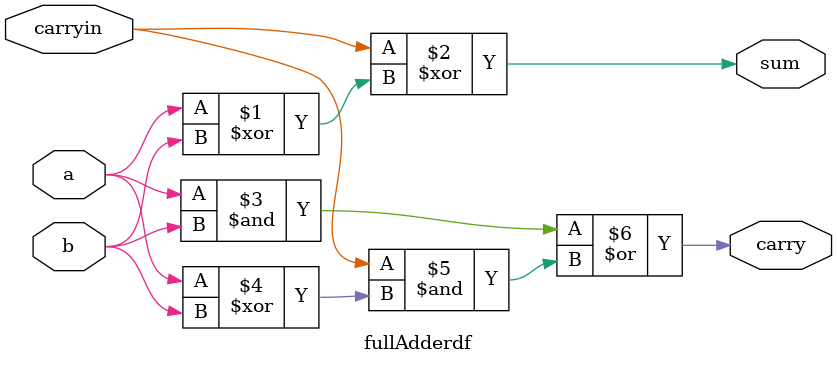
<source format=v>
module fullAdderdf(a, b, carryin, sum, carry);
 input a,b, carryin;
 output sum, carry;
 assign sum = carryin^(a^b);
 assign carry = (a&b) | carryin&(a^b);
endmodule

</source>
